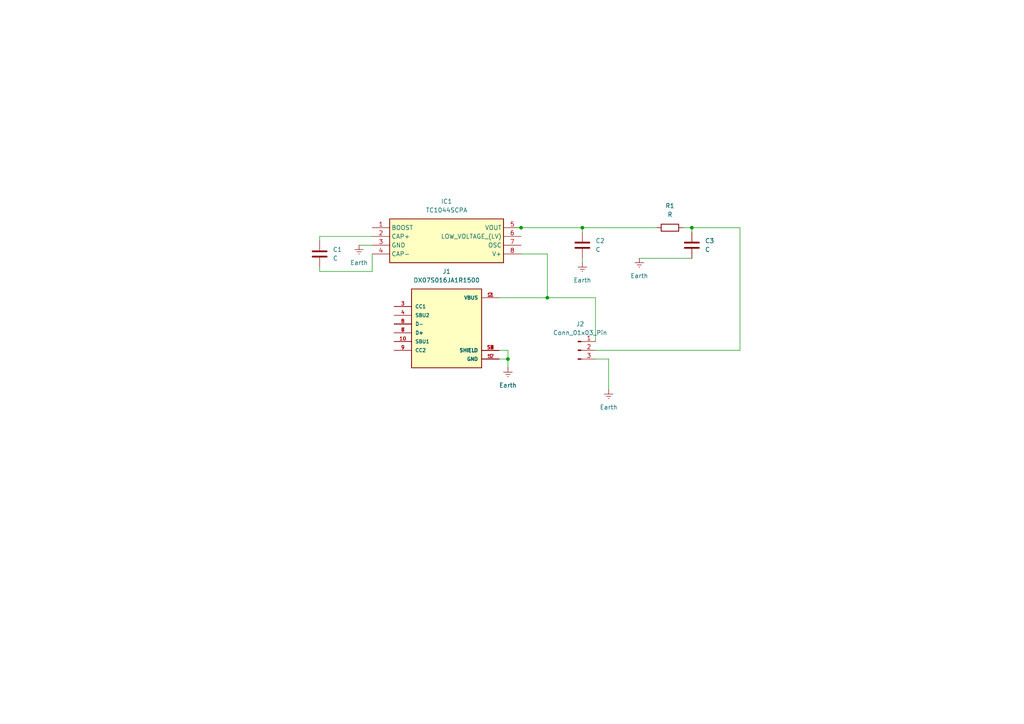
<source format=kicad_sch>
(kicad_sch (version 20231120) (generator "eeschema") (generator_version "8.0")
  (paper "A4")
  (lib_symbols
    (symbol "Connector:Conn_01x03_Pin" (pin_names (offset 1.016) hide)
      (property "Reference" "J" (at 0 5.08 0))
      (property "Value" "Conn_01x03_Pin" (at 0 -5.08 0))
      (symbol "Conn_01x03_Pin_1_1"
        (polyline (pts (xy 1.27 -2.54) (xy 0.8636 -2.54)) (stroke (width 0.1524)))
        (polyline (pts (xy 1.27 0) (xy 0.8636 0)) (stroke (width 0.1524)))
        (polyline (pts (xy 1.27 2.54) (xy 0.8636 2.54)) (stroke (width 0.1524)))
        (rectangle (start 0.8636 -2.413) (end 0 -2.667) (stroke (width 0.1524)) (fill (type outline)))
        (rectangle (start 0.8636 0.127) (end 0 -0.127) (stroke (width 0.1524)) (fill (type outline)))
        (rectangle (start 0.8636 2.667) (end 0 2.413) (stroke (width 0.1524)) (fill (type outline)))
        (pin passive line (at 5.08 2.54 180) (length 3.81) (name "Pin_1") (number "1"))
        (pin passive line (at 5.08 0 180) (length 3.81) (name "Pin_2") (number "2"))
        (pin passive line (at 5.08 -2.54 180) (length 3.81) (name "Pin_3") (number "3"))
      )
    )
    (symbol "Device:C" (pin_numbers hide) (pin_names (offset 0.254))
      (property "Reference" "C" (at 0.635 2.54 0))
      (property "Value" "C" (at 0.635 -2.54 0))
      (symbol "C_0_1"
        (polyline (pts (xy -2.032 -0.762) (xy 2.032 -0.762)) (stroke (width 0.508)))
        (polyline (pts (xy -2.032 0.762) (xy 2.032 0.762)) (stroke (width 0.508)))
      )
      (symbol "C_1_1"
        (pin passive line (at 0 3.81 270) (length 2.794) (name "~") (number "1"))
        (pin passive line (at 0 -3.81 90) (length 2.794) (name "~") (number "2"))
      )
    )
    (symbol "Device:R" (pin_numbers hide) (pin_names (offset 0))
      (property "Reference" "R" (at 2.032 0 90))
      (property "Value" "R" (at 0 0 90))
      (symbol "R_0_1"
        (rectangle (start -1.016 -2.54) (end 1.016 2.54) (stroke (width 0.254)))
      )
      (symbol "R_1_1"
        (pin passive line (at 0 3.81 270) (length 1.27) (name "~") (number "1"))
        (pin passive line (at 0 -3.81 90) (length 1.27) (name "~") (number "2"))
      )
    )
    (symbol "TC144SCPA:TC1044SCPA"
      (property "Reference" "IC" (at 39.37 7.62 0))
      (property "Value" "TC1044SCPA" (at 39.37 5.08 0))
      (symbol "TC1044SCPA_1_1"
        (rectangle (start 5.08 2.54) (end 38.1 -10.16) (stroke (width 0.254)) (fill (type background)))
        (pin passive line (at 0 0 0) (length 5.08) (name "BOOST") (number "1"))
        (pin passive line (at 0 -2.54 0) (length 5.08) (name "CAP+") (number "2"))
        (pin passive line (at 0 -5.08 0) (length 5.08) (name "GND") (number "3"))
        (pin passive line (at 0 -7.62 0) (length 5.08) (name "CAP-") (number "4"))
        (pin passive line (at 43.18 0 180) (length 5.08) (name "VOUT") (number "5"))
        (pin passive line (at 43.18 -2.54 180) (length 5.08) (name "LOW_VOLTAGE_(LV)") (number "6"))
        (pin passive line (at 43.18 -5.08 180) (length 5.08) (name "OSC") (number "7"))
        (pin passive line (at 43.18 -7.62 180) (length 5.08) (name "V+") (number "8"))
      )
    )
    (symbol "USB_C:DX07S016JA1R1500" (pin_names (offset 1.016))
      (property "Reference" "J" (at -10.16 11.43 0))
      (property "Value" "DX07S016JA1R1500" (at -10.16 -13.97 0))
      (symbol "DX07S016JA1R1500_0_0"
        (rectangle (start -10.16 -12.7) (end 10.16 10.16) (stroke (width 0.254)) (fill (type background)))
        (pin power_in line (at 15.24 -10.16 180) (length 5.08) (name "GND") (number "1"))
        (pin passive line (at -15.24 -5.08 0) (length 5.08) (name "SBU1") (number "10"))
        (pin power_in line (at 15.24 7.62 180) (length 5.08) (name "VBUS") (number "11"))
        (pin power_in line (at 15.24 -10.16 180) (length 5.08) (name "GND") (number "12"))
        (pin power_in line (at 15.24 7.62 180) (length 5.08) (name "VBUS") (number "2"))
        (pin passive line (at -15.24 5.08 0) (length 5.08) (name "CC1") (number "3"))
        (pin passive line (at -15.24 2.54 0) (length 5.08) (name "SBU2") (number "4"))
        (pin passive line (at -15.24 0 0) (length 5.08) (name "D-") (number "5"))
        (pin passive line (at -15.24 -2.54 0) (length 5.08) (name "D+") (number "6"))
        (pin passive line (at -15.24 -2.54 0) (length 5.08) (name "D+") (number "7"))
        (pin passive line (at -15.24 0 0) (length 5.08) (name "D-") (number "8"))
        (pin passive line (at -15.24 -7.62 0) (length 5.08) (name "CC2") (number "9"))
        (pin passive line (at 15.24 -7.62 180) (length 5.08) (name "SHIELD") (number "S1"))
        (pin passive line (at 15.24 -7.62 180) (length 5.08) (name "SHIELD") (number "S2"))
        (pin passive line (at 15.24 -7.62 180) (length 5.08) (name "SHIELD") (number "S3"))
        (pin passive line (at 15.24 -7.62 180) (length 5.08) (name "SHIELD") (number "S4"))
        (pin passive line (at 15.24 -7.62 180) (length 5.08) (name "SHIELD") (number "S5"))
        (pin passive line (at 15.24 -7.62 180) (length 5.08) (name "SHIELD") (number "S6"))
      )
    )
    (symbol "power:Earth" (power) (pin_numbers hide) (pin_names (offset 0) hide)
      (property "Value" "Earth" (at 0 -3.81 0))
      (symbol "Earth_0_1"
        (polyline (pts (xy -0.635 -1.905) (xy 0.635 -1.905)))
        (polyline (pts (xy -0.127 -2.54) (xy 0.127 -2.54)))
        (polyline (pts (xy 0 -1.27) (xy 0 0)))
        (polyline (pts (xy 1.27 -1.27) (xy -1.27 -1.27)))
      )
      (symbol "Earth_1_1"
        (pin power_in line (at 0 0 270) (length 0) (name "~") (number "1"))
      )
    )
  )
  (junction (at 200.66 66.04))
  (junction (at 147.32 104.14))
  (junction (at 151.13 66.04))
  (junction (at 158.75 86.36))
  (junction (at 168.91 66.04))
  (wire (pts (xy 144.78 101.6) (xy 147.32 101.6)))
  (wire (pts (xy 104.14 71.12) (xy 107.95 71.12)))
  (wire (pts (xy 107.95 68.58) (xy 92.71 68.58)))
  (wire (pts (xy 172.72 99.06) (xy 172.72 86.36)))
  (wire (pts (xy 158.75 73.66) (xy 158.75 86.36)))
  (wire (pts (xy 214.63 66.04) (xy 214.63 101.6)))
  (wire (pts (xy 200.66 66.04) (xy 214.63 66.04)))
  (wire (pts (xy 92.71 77.47) (xy 92.71 78.74)))
  (wire (pts (xy 144.78 104.14) (xy 147.32 104.14)))
  (wire (pts (xy 176.53 104.14) (xy 172.72 104.14)))
  (wire (pts (xy 107.95 78.74) (xy 92.71 78.74)))
  (wire (pts (xy 144.78 86.36) (xy 158.75 86.36)))
  (wire (pts (xy 149.86 66.04) (xy 151.13 66.04)))
  (wire (pts (xy 107.95 73.66) (xy 107.95 78.74)))
  (wire (pts (xy 168.91 67.31) (xy 168.91 66.04)))
  (wire (pts (xy 176.53 113.03) (xy 176.53 104.14)))
  (wire (pts (xy 185.42 74.93) (xy 200.66 74.93)))
  (wire (pts (xy 200.66 66.04) (xy 200.66 67.31)))
  (wire (pts (xy 168.91 66.04) (xy 190.5 66.04)))
  (wire (pts (xy 198.12 66.04) (xy 200.66 66.04)))
  (wire (pts (xy 147.32 104.14) (xy 147.32 106.68)))
  (wire (pts (xy 147.32 101.6) (xy 147.32 104.14)))
  (wire (pts (xy 151.13 66.04) (xy 168.91 66.04)))
  (wire (pts (xy 158.75 86.36) (xy 172.72 86.36)))
  (wire (pts (xy 151.13 73.66) (xy 158.75 73.66)))
  (wire (pts (xy 92.71 68.58) (xy 92.71 69.85)))
  (wire (pts (xy 214.63 101.6) (xy 172.72 101.6)))
  (wire (pts (xy 168.91 76.2) (xy 168.91 74.93)))
  (symbol (lib_id "Device:C") (at 92.71 73.66 0) (unit 1)
    (property "Reference" "C1" (at 96.52 72.3899 0) (effects (justify left)))
    (property "Value" "C" (at 96.52 74.9299 0) (effects (justify left)))
    (property "Footprint" "Capacitor_THT:C_Rect_L7.0mm_W6.0mm_P5.00mm" (effects (hide yes)))
    (property "Description" "Unpolarized capacitor" (effects (hide yes)))
  )
  (symbol (lib_id "power:Earth") (at 168.91 76.2 0) (unit 1)
    (property "Reference" "#PWR05" (effects (hide yes)))
    (property "Value" "Earth" (at 168.91 81.28 0))
    (property "Description" "Power symbol creates a global label with name \"Earth\"" (effects (hide yes)))
  )
  (symbol (lib_id "Device:C") (at 168.91 71.12 0) (unit 1)
    (property "Reference" "C2" (at 172.72 69.8499 0) (effects (justify left)))
    (property "Value" "C" (at 172.72 72.3899 0) (effects (justify left)))
    (property "Footprint" "Capacitor_THT:C_Rect_L7.0mm_W6.0mm_P5.00mm" (effects (hide yes)))
    (property "Description" "Unpolarized capacitor" (effects (hide yes)))
  )
  (symbol (lib_id "Device:C") (at 200.66 71.12 0) (unit 1)
    (property "Reference" "C3" (at 204.47 69.8499 0) (effects (justify left)))
    (property "Value" "C" (at 204.47 72.3899 0) (effects (justify left)))
    (property "Footprint" "Capacitor_THT:C_Rect_L16.5mm_W11.8mm_P15.00mm_MKT" (effects (hide yes)))
    (property "Description" "Unpolarized capacitor" (effects (hide yes)))
  )
  (symbol (lib_id "power:Earth") (at 104.14 71.12 0) (unit 1)
    (property "Reference" "#PWR02" (effects (hide yes)))
    (property "Value" "Earth" (at 104.14 76.2 0))
    (property "Description" "Power symbol creates a global label with name \"Earth\"" (effects (hide yes)))
  )
  (symbol (lib_id "Connector:Conn_01x03_Pin") (at 167.64 101.6 0) (unit 1)
    (property "Reference" "J2" (at 168.275 93.98 0))
    (property "Value" "Conn_01x03_Pin" (at 168.275 96.52 0))
    (property "Footprint" "Connector_PinHeader_2.54mm:PinHeader_1x03_P2.54mm_Vertical" (effects (hide yes)))
    (property "Description" "Generic connector, single row, 01x03, script generated" (effects (hide yes)))
  )
  (symbol (lib_id "USB_C:DX07S016JA1R1500") (at 129.54 93.98 0) (unit 1)
    (property "Reference" "J1" (at 129.54 78.74 0))
    (property "Value" "DX07S016JA1R1500" (at 129.54 81.28 0))
    (property "Footprint" "S25-36:JAE_DX07S016JA1R1500" (effects (hide yes)))
    (property "MF" "JAE Electronics" (effects (hide yes)))
    (property "MAXIMUM_PACKAGE_HEIGHT" "3.31 mm" (effects (hide yes)))
    (property "Package" "None" (effects (hide yes)))
    (property "Price" "None" (effects (hide yes)))
    (property "Check_prices" "https://www.snapeda.com/parts/DX07S016JA1R1500/JAE+Electronics/view-part/?ref=eda" (effects (hide yes)))
    (property "STANDARD" "Manufacturer Recommendations" (effects (hide yes)))
    (property "PARTREV" "1" (effects (hide yes)))
    (property "SnapEDA_Link" "https://www.snapeda.com/parts/DX07S016JA1R1500/JAE+Electronics/view-part/?ref=snap" (effects (hide yes)))
    (property "MP" "DX07S016JA1R1500" (effects (hide yes)))
    (property "Description_1" "\n                        \n                            USB-C (USB TYPE-C) USB 2.0 Receptacle Connector 24 (16+8 Dummy) Position Surface Mount, Right Angle; Through Hole\n                        \n" (effects (hide yes)))
    (property "Availability" "In Stock" (effects (hide yes)))
    (property "MANUFACTURER" "JAE Industry Ltd." (effects (hide yes)))
  )
  (symbol (lib_id "power:Earth") (at 147.32 106.68 0) (unit 1)
    (property "Reference" "#PWR03" (effects (hide yes)))
    (property "Value" "Earth" (at 147.32 111.76 0))
    (property "Description" "Power symbol creates a global label with name \"Earth\"" (effects (hide yes)))
  )
  (symbol (lib_id "Device:R") (at 194.31 66.04 90) (unit 1)
    (property "Reference" "R1" (at 194.31 59.69 90))
    (property "Value" "R" (at 194.31 62.23 90))
    (property "Footprint" "Resistor_THT:R_Axial_DIN0207_L6.3mm_D2.5mm_P10.16mm_Horizontal" (effects (hide yes)))
    (property "Description" "Resistor" (effects (hide yes)))
  )
  (symbol (lib_id "power:Earth") (at 185.42 74.93 0) (unit 1)
    (property "Reference" "#PWR06" (effects (hide yes)))
    (property "Value" "Earth" (at 185.42 80.01 0))
    (property "Description" "Power symbol creates a global label with name \"Earth\"" (effects (hide yes)))
  )
  (symbol (lib_id "power:Earth") (at 176.53 113.03 0) (unit 1)
    (property "Reference" "#PWR01" (effects (hide yes)))
    (property "Value" "Earth" (at 176.53 118.11 0))
    (property "Description" "Power symbol creates a global label with name \"Earth\"" (effects (hide yes)))
  )
  (symbol (lib_id "TC144SCPA:TC1044SCPA") (at 107.95 66.04 0) (unit 1)
    (property "Reference" "IC1" (at 129.54 58.42 0))
    (property "Value" "TC1044SCPA" (at 129.54 60.96 0))
    (property "Footprint" "KiCad_TC144SCPA:DIP762W56P254L950H508Q8N" (effects (hide yes)))
    (property "Datasheet" "http://ww1.microchip.com/downloads/en/devicedoc/21348a.pdf" (effects (hide yes)))
    (property "Description" "IC CHRG PUMP INV ADJ 20MA" (effects (hide yes)))
    (property "Height" "5.08" (effects (hide yes)))
    (property "Mouser Part Number" "579-TC1044SCPA" (effects (hide yes)))
    (property "Mouser Price/Stock" "https://www.mouser.co.uk/ProductDetail/Microchip-Technology/TC1044SCPA?qs=cC9UkDmCsZtU9kTPnqaTBA%3D%3D" (effects (hide yes)))
    (property "Manufacturer_Name" "Microchip" (effects (hide yes)))
    (property "Manufacturer_Part_Number" "TC1044SCPA" (effects (hide yes)))
  )
)
</source>
